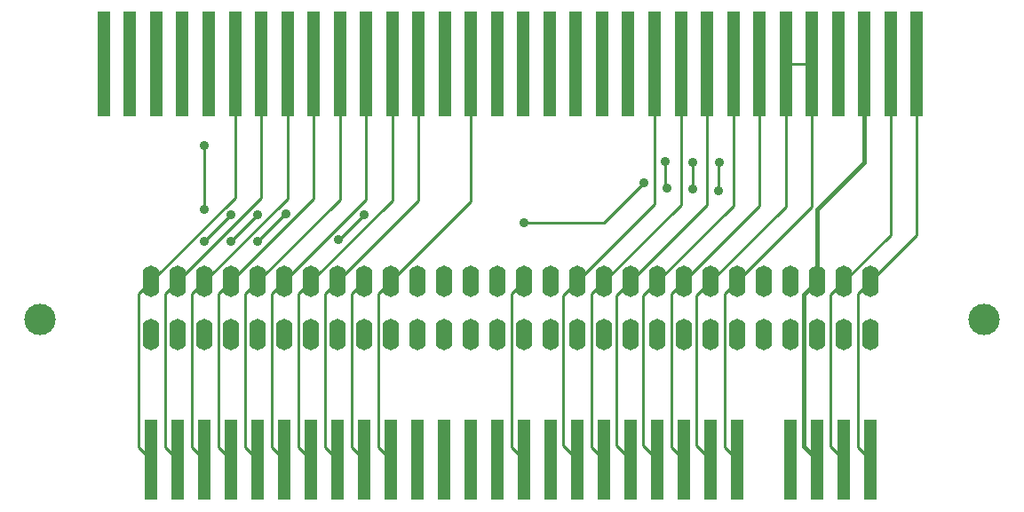
<source format=gbr>
%TF.GenerationSoftware,KiCad,Pcbnew,7.0.1*%
%TF.CreationDate,2023-06-05T11:34:12+03:00*%
%TF.ProjectId,DeltaS48k-convertor,44656c74-6153-4343-986b-2d636f6e7665,rev?*%
%TF.SameCoordinates,Original*%
%TF.FileFunction,Copper,L2,Bot*%
%TF.FilePolarity,Positive*%
%FSLAX46Y46*%
G04 Gerber Fmt 4.6, Leading zero omitted, Abs format (unit mm)*
G04 Created by KiCad (PCBNEW 7.0.1) date 2023-06-05 11:34:12*
%MOMM*%
%LPD*%
G01*
G04 APERTURE LIST*
%TA.AperFunction,SMDPad,CuDef*%
%ADD10R,1.270000X10.000000*%
%TD*%
%TA.AperFunction,ComponentPad*%
%ADD11O,1.600000X3.000000*%
%TD*%
%TA.AperFunction,SMDPad,CuDef*%
%ADD12R,1.270000X7.620000*%
%TD*%
%TA.AperFunction,ViaPad*%
%ADD13C,3.000000*%
%TD*%
%TA.AperFunction,ViaPad*%
%ADD14C,0.889000*%
%TD*%
%TA.AperFunction,Conductor*%
%ADD15C,0.254000*%
%TD*%
%TA.AperFunction,Conductor*%
%ADD16C,0.400000*%
%TD*%
G04 APERTURE END LIST*
D10*
%TO.P,J1,33,A14*%
%TO.N,A14*%
X165572000Y-41606020D03*
%TO.P,J1,34,A12*%
%TO.N,A12*%
X163072030Y-41606020D03*
%TO.P,J1,35,"+5"*%
%TO.N,VCC*%
X160572010Y-41606020D03*
%TO.P,J1,36*%
%TO.N,unconnected-(J1-Pad36)*%
X158072040Y-41606020D03*
%TO.P,J1,37,\u041E\u0431\u0449\u0438\u0439*%
%TO.N,GND*%
X155572020Y-41606020D03*
%TO.P,J1,38,\u041E\u0431\u0449\u0438\u0439*%
X153072000Y-41606020D03*
%TO.P,J1,39*%
%TO.N,CLK*%
X150572030Y-41606020D03*
%TO.P,J1,40,A0*%
%TO.N,A0*%
X148072010Y-41606020D03*
%TO.P,J1,41,A1*%
%TO.N,A1*%
X145572040Y-41606020D03*
%TO.P,J1,42,A2*%
%TO.N,A2*%
X143072020Y-41606020D03*
%TO.P,J1,43,A3*%
%TO.N,A3*%
X140572000Y-41606020D03*
%TO.P,J1,44*%
%TO.N,unconnected-(J1-Pad44)*%
X138072030Y-41606020D03*
%TO.P,J1,45*%
%TO.N,unconnected-(J1-Pad45)*%
X135572010Y-41606020D03*
%TO.P,J1,46*%
%TO.N,unconnected-(J1-Pad46)*%
X133072040Y-41606020D03*
%TO.P,J1,47*%
%TO.N,unconnected-(J1-Pad47)*%
X130572020Y-41606020D03*
%TO.P,J1,48*%
%TO.N,unconnected-(J1-Pad48)*%
X128071990Y-41606020D03*
%TO.P,J1,49,\u0421\u0422\u0420*%
%TO.N,unconnected-(J1-Pad49)*%
X125572030Y-41606020D03*
%TO.P,J1,50,\u0417\u0410\u041F\u0420\u0428*%
%TO.N,BUSRQ*%
X123072000Y-41606020D03*
%TO.P,J1,51,BD1*%
%TO.N,unconnected-(J1-Pad51)*%
X120572040Y-41606020D03*
%TO.P,J1,52,A7*%
%TO.N,A7*%
X118072010Y-41606020D03*
%TO.P,J1,53,A6*%
%TO.N,A6*%
X115571990Y-41606020D03*
%TO.P,J1,54,A5*%
%TO.N,A5*%
X113072020Y-41606020D03*
%TO.P,J1,55,A4*%
%TO.N,A4*%
X110572000Y-41606020D03*
%TO.P,J1,56,\u0411\u041B\u041A_\u041F\u0417\u0423*%
%TO.N,ROMCS*%
X108072030Y-41606020D03*
%TO.P,J1,57,\u041F\u0417\u0428*%
%TO.N,BUSACK*%
X105572010Y-41606020D03*
%TO.P,J1,58,A9*%
%TO.N,A9*%
X103071990Y-41606020D03*
%TO.P,J1,59,A11*%
%TO.N,A11*%
X100572020Y-41606020D03*
%TO.P,J1,60*%
%TO.N,unconnected-(J1-Pad60)*%
X98072000Y-41606020D03*
%TO.P,J1,61,BD3*%
%TO.N,unconnected-(J1-Pad61)*%
X95572030Y-41606020D03*
%TO.P,J1,62,BD5*%
%TO.N,unconnected-(J1-Pad62)*%
X93072010Y-41606020D03*
%TO.P,J1,63,BD6*%
%TO.N,unconnected-(J1-Pad63)*%
X90571990Y-41606020D03*
%TO.P,J1,64,\u0413\u0422*%
%TO.N,unconnected-(J1-Pad64)*%
X88072020Y-41606020D03*
%TD*%
D11*
%TO.P,SLOT,1,A15*%
%TO.N,A15*%
X161163000Y-67437000D03*
%TO.P,SLOT,2,A13*%
%TO.N,A13*%
X158623000Y-67437000D03*
%TO.P,SLOT,3,D7*%
%TO.N,D7*%
X156083000Y-67437000D03*
%TO.P,SLOT,4,OE*%
%TO.N,unconnected-(J3-Pad4)*%
X153543000Y-67437000D03*
%TO.P,SLOT,5*%
%TO.N,N/C*%
X151003000Y-67437000D03*
%TO.P,SLOT,6,D0*%
%TO.N,D0*%
X148463000Y-67437000D03*
%TO.P,SLOT,7,D1*%
%TO.N,D1*%
X145923000Y-67437000D03*
%TO.P,SLOT,8,D2*%
%TO.N,D2*%
X143383000Y-67437000D03*
%TO.P,SLOT,9,D6*%
%TO.N,D6*%
X140843000Y-67437000D03*
%TO.P,SLOT,10,D5*%
%TO.N,D5*%
X138303000Y-67437000D03*
%TO.P,SLOT,11,D3*%
%TO.N,D3*%
X135763000Y-67437000D03*
%TO.P,SLOT,12,D4*%
%TO.N,D4*%
X133223000Y-67437000D03*
%TO.P,SLOT,13,INT*%
%TO.N,INT*%
X130683000Y-67437000D03*
%TO.P,SLOT,14,NMI*%
%TO.N,NMI*%
X128143000Y-67437000D03*
%TO.P,SLOT,15,HALT*%
%TO.N,HALT*%
X125603000Y-67437000D03*
%TO.P,SLOT,16,MREQ*%
%TO.N,MREQ*%
X123063000Y-67437000D03*
%TO.P,SLOT,17,IORQ*%
%TO.N,IOREQ*%
X120523000Y-67437000D03*
%TO.P,SLOT,18,RD*%
%TO.N,RD*%
X117983000Y-67437000D03*
%TO.P,SLOT,19,WR*%
%TO.N,WR*%
X115443000Y-67437000D03*
%TO.P,SLOT,20,-5V*%
%TO.N,unconnected-(J3-Pad20)*%
X112903000Y-67437000D03*
%TO.P,SLOT,21,WAIT*%
%TO.N,WAIT*%
X110363000Y-67437000D03*
%TO.P,SLOT,22,+12V*%
%TO.N,unconnected-(J3-Pad22)*%
X107823000Y-67437000D03*
%TO.P,SLOT,23,-12V*%
%TO.N,unconnected-(J3-Pad23)*%
X105283000Y-67437000D03*
%TO.P,SLOT,24,M1*%
%TO.N,M1*%
X102743000Y-67437000D03*
%TO.P,SLOT,25,RFSH*%
%TO.N,RFSH*%
X100203000Y-67437000D03*
%TO.P,SLOT,26,A8*%
%TO.N,A8*%
X97663000Y-67437000D03*
%TO.P,SLOT,27,A10*%
%TO.N,A10*%
X95123000Y-67437000D03*
%TO.P,SLOT,28,NC*%
%TO.N,EXTRA*%
X92583000Y-67437000D03*
%TO.P,SLOT,29,A14*%
%TO.N,A14*%
X161163000Y-62357000D03*
%TO.P,SLOT,30,A12*%
%TO.N,A12*%
X158623000Y-62357000D03*
%TO.P,SLOT,31,+5V*%
%TO.N,VCC*%
X156083000Y-62357000D03*
%TO.P,SLOT,32,NC*%
%TO.N,unconnected-(J3-Pad32)*%
X153543000Y-62357000D03*
%TO.P,SLOT,33*%
%TO.N,N/C*%
X151003000Y-62357000D03*
%TO.P,SLOT,34,GND*%
%TO.N,GND*%
X148463000Y-62357000D03*
%TO.P,SLOT,35,GND*%
X145923000Y-62357000D03*
%TO.P,SLOT,36,CLK*%
%TO.N,CLK*%
X143383000Y-62357000D03*
%TO.P,SLOT,37,A0*%
%TO.N,A0*%
X140843000Y-62357000D03*
%TO.P,SLOT,38,A1*%
%TO.N,A1*%
X138303000Y-62357000D03*
%TO.P,SLOT,39,A2*%
%TO.N,A2*%
X135763000Y-62357000D03*
%TO.P,SLOT,40,A3*%
%TO.N,A3*%
X133223000Y-62357000D03*
%TO.P,SLOT,41,NC*%
%TO.N,unconnected-(J3-Pad41)*%
X130683000Y-62357000D03*
%TO.P,SLOT,42,GND*%
%TO.N,GND*%
X128143000Y-62357000D03*
%TO.P,SLOT,43,OE*%
%TO.N,unconnected-(J3-Pad43)*%
X125603000Y-62357000D03*
%TO.P,SLOT,44,NC*%
%TO.N,unconnected-(J3-Pad44)*%
X123063000Y-62357000D03*
%TO.P,SLOT,45,NC*%
%TO.N,unconnected-(J3-Pad45)*%
X120523000Y-62357000D03*
%TO.P,SLOT,46,NC*%
%TO.N,unconnected-(J3-Pad46)*%
X117983000Y-62357000D03*
%TO.P,SLOT,47,BUSRQ*%
%TO.N,BUSRQ*%
X115443000Y-62357000D03*
%TO.P,SLOT,48,RESET*%
%TO.N,RESET*%
X112903000Y-62357000D03*
%TO.P,SLOT,49,A7*%
%TO.N,A7*%
X110363000Y-62357000D03*
%TO.P,SLOT,50,A6*%
%TO.N,A6*%
X107823000Y-62357000D03*
%TO.P,SLOT,51,A5*%
%TO.N,A5*%
X105283000Y-62357000D03*
%TO.P,SLOT,52,A4*%
%TO.N,A4*%
X102743000Y-62357000D03*
%TO.P,SLOT,53,ROMCS*%
%TO.N,ROMCS*%
X100203000Y-62357000D03*
%TO.P,SLOT,54,BUSACK*%
%TO.N,BUSACK*%
X97663000Y-62357000D03*
%TO.P,SLOT,55,A9*%
%TO.N,A9*%
X95123000Y-62357000D03*
%TO.P,SLOT,56,A11*%
%TO.N,A11*%
X92583000Y-62357000D03*
%TD*%
D12*
%TO.P,J2,29,A14*%
%TO.N,A14*%
X161163000Y-79375000D03*
%TO.P,J2,30,A12*%
%TO.N,A12*%
X158623000Y-79375000D03*
%TO.P,J2,31,+5V*%
%TO.N,VCC*%
X156083000Y-79375000D03*
%TO.P,J2,32,NC*%
%TO.N,unconnected-(J2-Pad32)*%
X153543000Y-79375000D03*
%TO.P,J2,34,GND*%
%TO.N,GND*%
X148463000Y-79375000D03*
%TO.P,J2,35,GND*%
X145923000Y-79375000D03*
%TO.P,J2,36,CLK*%
%TO.N,CLK*%
X143383000Y-79375000D03*
%TO.P,J2,37,A0*%
%TO.N,A0*%
X140843000Y-79375000D03*
%TO.P,J2,38,A1*%
%TO.N,A1*%
X138303000Y-79375000D03*
%TO.P,J2,39,A2*%
%TO.N,A2*%
X135763000Y-79375000D03*
%TO.P,J2,40,A3*%
%TO.N,A3*%
X133223000Y-79375000D03*
%TO.P,J2,41,NC*%
%TO.N,unconnected-(J2-Pad41)*%
X130683000Y-79375000D03*
%TO.P,J2,42,GND*%
%TO.N,GND*%
X128143000Y-79375000D03*
%TO.P,J2,43,OE*%
%TO.N,unconnected-(J2-Pad43)*%
X125603000Y-79375000D03*
%TO.P,J2,44,NC*%
%TO.N,unconnected-(J2-Pad44)*%
X123063000Y-79375000D03*
%TO.P,J2,45,NC*%
%TO.N,unconnected-(J2-Pad45)*%
X120523000Y-79375000D03*
%TO.P,J2,46,NC*%
%TO.N,unconnected-(J2-Pad46)*%
X117983000Y-79375000D03*
%TO.P,J2,47,BUSRQ*%
%TO.N,BUSRQ*%
X115443000Y-79375000D03*
%TO.P,J2,48,RESET*%
%TO.N,RESET*%
X112903000Y-79375000D03*
%TO.P,J2,49,A7*%
%TO.N,A7*%
X110363000Y-79375000D03*
%TO.P,J2,50,A6*%
%TO.N,A6*%
X107823000Y-79375000D03*
%TO.P,J2,51,A5*%
%TO.N,A5*%
X105283000Y-79375000D03*
%TO.P,J2,52,A4*%
%TO.N,A4*%
X102743000Y-79375000D03*
%TO.P,J2,53,ROMCS*%
%TO.N,ROMCS*%
X100203000Y-79375000D03*
%TO.P,J2,54,BUSACK*%
%TO.N,BUSACK*%
X97663000Y-79375000D03*
%TO.P,J2,55,A9*%
%TO.N,A9*%
X95123000Y-79375000D03*
%TO.P,J2,56,A11*%
%TO.N,A11*%
X92583000Y-79375000D03*
%TD*%
D13*
%TO.N,*%
X82000000Y-66000000D03*
X172000000Y-66000000D03*
D14*
%TO.N,RESET*%
X100203000Y-58547000D03*
X97663000Y-58547000D03*
X102743000Y-56007000D03*
X112903000Y-56007000D03*
X97663000Y-49403000D03*
X105461636Y-55931636D03*
X110438364Y-58368364D03*
X97663000Y-55499000D03*
X102743000Y-58547000D03*
X100203000Y-56007000D03*
%TO.N,GND*%
X141605000Y-50927000D03*
X144213879Y-50995879D03*
X146685000Y-53721000D03*
X128143000Y-56769000D03*
X141800879Y-53408879D03*
X144193889Y-53515889D03*
X139573000Y-52959000D03*
X146733889Y-50975889D03*
%TD*%
D15*
%TO.N,RESET*%
X100203000Y-58547000D02*
X102743000Y-56007000D01*
X105358364Y-55931636D02*
X105461636Y-55931636D01*
X97663000Y-49403000D02*
X97663000Y-55499000D01*
X97663000Y-58547000D02*
X100203000Y-56007000D01*
X111722000Y-63538000D02*
X112903000Y-62357000D01*
X102743000Y-58547000D02*
X105358364Y-55931636D01*
X110438364Y-58368364D02*
X110541636Y-58368364D01*
X111722000Y-78194000D02*
X111722000Y-63538000D01*
X110541636Y-58368364D02*
X112903000Y-56007000D01*
X112903000Y-79375000D02*
X111722000Y-78194000D01*
%TO.N,A14*%
X165572000Y-41606020D02*
X165572000Y-57948000D01*
X161163000Y-79375000D02*
X159982000Y-78194000D01*
X159982000Y-63538000D02*
X161163000Y-62357000D01*
X159982000Y-78194000D02*
X159982000Y-63538000D01*
X165572000Y-57948000D02*
X161163000Y-62357000D01*
%TO.N,A12*%
X163072030Y-41606020D02*
X163072030Y-57907970D01*
X158623000Y-79375000D02*
X157353000Y-78105000D01*
X157353000Y-78105000D02*
X157353000Y-63627000D01*
X163072030Y-57907970D02*
X158623000Y-62357000D01*
X157353000Y-63627000D02*
X158623000Y-62357000D01*
D16*
%TO.N,VCC*%
X154813000Y-78105000D02*
X154813000Y-64135000D01*
X154902000Y-78194000D02*
X154813000Y-78105000D01*
X156083000Y-55499000D02*
X160572010Y-51009990D01*
X154813000Y-64135000D02*
X154813000Y-63627000D01*
X160572010Y-51009990D02*
X160572010Y-41606020D01*
X156083000Y-79375000D02*
X154902000Y-78194000D01*
X154813000Y-63627000D02*
X156083000Y-62357000D01*
X156083000Y-62357000D02*
X156083000Y-55499000D01*
D15*
%TO.N,GND*%
X148463000Y-79375000D02*
X147282000Y-78194000D01*
X147282000Y-78194000D02*
X147282000Y-63538000D01*
X153072000Y-41606020D02*
X153072000Y-55208000D01*
X126962000Y-63538000D02*
X128143000Y-62357000D01*
X144564000Y-78016000D02*
X144564000Y-63716000D01*
X155572020Y-55188322D02*
X148463000Y-62297342D01*
X146685000Y-51024778D02*
X146685000Y-53721000D01*
X155572020Y-41606020D02*
X155572020Y-55188322D01*
X146733889Y-50975889D02*
X146685000Y-51024778D01*
X153072000Y-55208000D02*
X145923000Y-62357000D01*
X141605000Y-50927000D02*
X141605000Y-53213000D01*
X126962000Y-78194000D02*
X126962000Y-63538000D01*
X128143000Y-56769000D02*
X135763000Y-56769000D01*
X141605000Y-53213000D02*
X141800879Y-53408879D01*
X135763000Y-56769000D02*
X139573000Y-52959000D01*
X144213879Y-53495899D02*
X144193889Y-53515889D01*
X144564000Y-63716000D02*
X145923000Y-62357000D01*
X128143000Y-79375000D02*
X126962000Y-78194000D01*
X147282000Y-63538000D02*
X148463000Y-62357000D01*
X153072000Y-41606020D02*
X155572020Y-41606020D01*
X148463000Y-62297342D02*
X148463000Y-62357000D01*
X144213879Y-50995879D02*
X144213879Y-53495899D01*
X145923000Y-79375000D02*
X144564000Y-78016000D01*
%TO.N,CLK*%
X150572030Y-41606020D02*
X150572030Y-55167970D01*
X142202000Y-63538000D02*
X143383000Y-62357000D01*
X142202000Y-78194000D02*
X142202000Y-63538000D01*
X143383000Y-79375000D02*
X142202000Y-78194000D01*
X150572030Y-55167970D02*
X143383000Y-62357000D01*
%TO.N,A0*%
X139484000Y-78016000D02*
X139484000Y-63716000D01*
X139484000Y-63716000D02*
X140843000Y-62357000D01*
X140843000Y-79375000D02*
X139484000Y-78016000D01*
X148072010Y-41606020D02*
X148072010Y-55127990D01*
X148072010Y-55127990D02*
X140843000Y-62357000D01*
%TO.N,A1*%
X136944000Y-63716000D02*
X138303000Y-62357000D01*
X145572040Y-41606020D02*
X145572040Y-55087960D01*
X138303000Y-79375000D02*
X136944000Y-78016000D01*
X145572040Y-55087960D02*
X138303000Y-62357000D01*
X136944000Y-78016000D02*
X136944000Y-63716000D01*
%TO.N,A2*%
X135763000Y-62357000D02*
X143072020Y-55047980D01*
X143072020Y-55047980D02*
X143072020Y-41606020D01*
X134582000Y-78194000D02*
X134582000Y-63538000D01*
X135763000Y-79375000D02*
X134582000Y-78194000D01*
X134582000Y-63538000D02*
X135763000Y-62357000D01*
%TO.N,A3*%
X133223000Y-79375000D02*
X131864000Y-78016000D01*
X131864000Y-78016000D02*
X131864000Y-63716000D01*
X140572000Y-55008000D02*
X140572000Y-41606020D01*
X133223000Y-62357000D02*
X140572000Y-55008000D01*
X131864000Y-63716000D02*
X133223000Y-62357000D01*
%TO.N,BUSRQ*%
X114262000Y-78194000D02*
X114262000Y-63538000D01*
X114262000Y-63538000D02*
X115443000Y-62357000D01*
X115443000Y-62357000D02*
X123072000Y-54728000D01*
X115443000Y-79375000D02*
X114262000Y-78194000D01*
X123072000Y-54728000D02*
X123072000Y-41606020D01*
%TO.N,A7*%
X118072010Y-54647990D02*
X118072010Y-41606020D01*
X110363000Y-79375000D02*
X109182000Y-78194000D01*
X110363000Y-62357000D02*
X118072010Y-54647990D01*
X109182000Y-78194000D02*
X109182000Y-63538000D01*
X109182000Y-63538000D02*
X110363000Y-62357000D01*
%TO.N,A6*%
X107823000Y-62357000D02*
X115571990Y-54608010D01*
X106642000Y-78194000D02*
X106642000Y-63538000D01*
X107823000Y-79375000D02*
X106642000Y-78194000D01*
X115571990Y-54608010D02*
X115571990Y-41606020D01*
X106642000Y-63538000D02*
X107823000Y-62357000D01*
%TO.N,A5*%
X113072020Y-54567980D02*
X113072020Y-41606020D01*
X104102000Y-78194000D02*
X104102000Y-63538000D01*
X105283000Y-79375000D02*
X104102000Y-78194000D01*
X105283000Y-62357000D02*
X113072020Y-54567980D01*
X104102000Y-63538000D02*
X105283000Y-62357000D01*
%TO.N,A4*%
X102743000Y-62357000D02*
X110572000Y-54528000D01*
X101562000Y-78194000D02*
X101562000Y-63538000D01*
X110572000Y-54528000D02*
X110572000Y-41606020D01*
X101562000Y-63538000D02*
X102743000Y-62357000D01*
X102743000Y-79375000D02*
X101562000Y-78194000D01*
%TO.N,ROMCS*%
X108072030Y-54487970D02*
X108072030Y-41606020D01*
X99022000Y-78194000D02*
X99022000Y-63538000D01*
X100203000Y-62357000D02*
X108072030Y-54487970D01*
X100203000Y-79375000D02*
X99022000Y-78194000D01*
X99022000Y-63538000D02*
X100203000Y-62357000D01*
%TO.N,BUSACK*%
X96482000Y-78194000D02*
X96482000Y-63538000D01*
X105572010Y-54447990D02*
X97663000Y-62357000D01*
X96482000Y-63538000D02*
X97663000Y-62357000D01*
X105572010Y-41606020D02*
X105572010Y-54447990D01*
X97663000Y-79375000D02*
X96482000Y-78194000D01*
%TO.N,A9*%
X103071990Y-54408010D02*
X103071990Y-41606020D01*
X93942000Y-63538000D02*
X95123000Y-62357000D01*
X93942000Y-78194000D02*
X93942000Y-63538000D01*
X95123000Y-79375000D02*
X93942000Y-78194000D01*
X95123000Y-62357000D02*
X103071990Y-54408010D01*
%TO.N,A11*%
X92583000Y-79375000D02*
X91402000Y-78194000D01*
X100572020Y-41606020D02*
X100572020Y-54367980D01*
X91402000Y-63538000D02*
X92583000Y-62357000D01*
X100572020Y-54367980D02*
X92583000Y-62357000D01*
X91402000Y-78194000D02*
X91402000Y-63538000D01*
%TD*%
M02*

</source>
